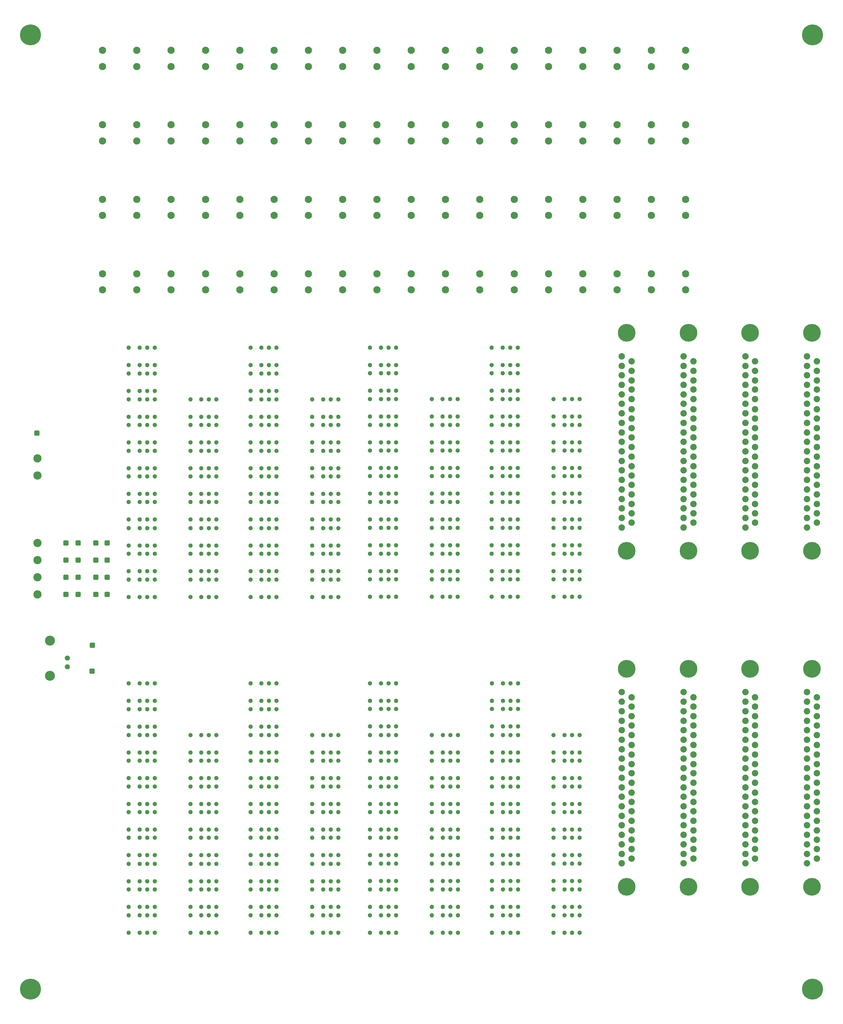
<source format=gbs>
G04*
G04 #@! TF.GenerationSoftware,Altium Limited,Altium Designer,22.10.1 (41)*
G04*
G04 Layer_Color=16711935*
%FSTAX44Y44*%
%MOMM*%
G71*
G04*
G04 #@! TF.SameCoordinates,24A3EEB5-F367-497A-A3BB-2F848839041C*
G04*
G04*
G04 #@! TF.FilePolarity,Negative*
G04*
G01*
G75*
%ADD19C,1.8780*%
%ADD20C,5.1800*%
%ADD21C,6.1000*%
%ADD22C,2.1000*%
%ADD23C,1.5000*%
%ADD24C,2.9000*%
G04:AMPARAMS|DCode=25|XSize=1.6mm|YSize=1.6mm|CornerRadius=0.425mm|HoleSize=0mm|Usage=FLASHONLY|Rotation=0.000|XOffset=0mm|YOffset=0mm|HoleType=Round|Shape=RoundedRectangle|*
%AMROUNDEDRECTD25*
21,1,1.6000,0.7500,0,0,0.0*
21,1,0.7500,1.6000,0,0,0.0*
1,1,0.8500,0.3750,-0.3750*
1,1,0.8500,-0.3750,-0.3750*
1,1,0.8500,-0.3750,0.3750*
1,1,0.8500,0.3750,0.3750*
%
%ADD25ROUNDEDRECTD25*%
%ADD26C,1.3000*%
G04:AMPARAMS|DCode=27|XSize=1.6mm|YSize=1.6mm|CornerRadius=0.425mm|HoleSize=0mm|Usage=FLASHONLY|Rotation=270.000|XOffset=0mm|YOffset=0mm|HoleType=Round|Shape=RoundedRectangle|*
%AMROUNDEDRECTD27*
21,1,1.6000,0.7500,0,0,270.0*
21,1,0.7500,1.6000,0,0,270.0*
1,1,0.8500,-0.3750,-0.3750*
1,1,0.8500,-0.3750,0.3750*
1,1,0.8500,0.3750,0.3750*
1,1,0.8500,0.3750,-0.3750*
%
%ADD27ROUNDEDRECTD27*%
%ADD28C,2.4000*%
D19*
X018124Y018334D02*
D03*
Y018611D02*
D03*
Y018888D02*
D03*
Y0180645D02*
D03*
Y0177875D02*
D03*
Y016395D02*
D03*
Y016672D02*
D03*
Y0174955D02*
D03*
Y0172185D02*
D03*
Y0169415D02*
D03*
Y015287D02*
D03*
Y015564D02*
D03*
Y0161105D02*
D03*
Y0158335D02*
D03*
Y014733D02*
D03*
Y01501D02*
D03*
Y0144635D02*
D03*
Y0141865D02*
D03*
X01784Y014048D02*
D03*
Y019034D02*
D03*
Y014325D02*
D03*
Y014602D02*
D03*
Y015156D02*
D03*
Y014879D02*
D03*
Y01571D02*
D03*
Y015987D02*
D03*
Y015433D02*
D03*
Y016264D02*
D03*
Y016541D02*
D03*
Y018757D02*
D03*
Y01848D02*
D03*
Y017649D02*
D03*
Y018203D02*
D03*
Y017926D02*
D03*
Y017095D02*
D03*
Y017372D02*
D03*
Y016818D02*
D03*
X023524Y018334D02*
D03*
Y018611D02*
D03*
Y018888D02*
D03*
Y0180645D02*
D03*
Y0177875D02*
D03*
Y016395D02*
D03*
Y016672D02*
D03*
Y0174955D02*
D03*
Y0172185D02*
D03*
Y0169415D02*
D03*
Y015287D02*
D03*
Y015564D02*
D03*
Y0161105D02*
D03*
Y0158335D02*
D03*
Y014733D02*
D03*
Y01501D02*
D03*
Y0144635D02*
D03*
Y0141865D02*
D03*
X02324Y014048D02*
D03*
Y019034D02*
D03*
Y014325D02*
D03*
Y014602D02*
D03*
Y015156D02*
D03*
Y014879D02*
D03*
Y01571D02*
D03*
Y015987D02*
D03*
Y015433D02*
D03*
Y016264D02*
D03*
Y016541D02*
D03*
Y018757D02*
D03*
Y01848D02*
D03*
Y017649D02*
D03*
Y018203D02*
D03*
Y017926D02*
D03*
Y017095D02*
D03*
Y017372D02*
D03*
Y016818D02*
D03*
X021724Y0085505D02*
D03*
Y0088275D02*
D03*
Y0091045D02*
D03*
Y008281D02*
D03*
Y008004D02*
D03*
Y0066115D02*
D03*
Y0068885D02*
D03*
Y007712D02*
D03*
Y007435D02*
D03*
Y007158D02*
D03*
Y0055035D02*
D03*
Y0057805D02*
D03*
Y006327D02*
D03*
Y00605D02*
D03*
Y0049495D02*
D03*
Y0052265D02*
D03*
Y00468D02*
D03*
Y004403D02*
D03*
X02144Y0042645D02*
D03*
Y0092505D02*
D03*
Y0045415D02*
D03*
Y0048185D02*
D03*
Y0053725D02*
D03*
Y0050955D02*
D03*
Y0059265D02*
D03*
Y0062035D02*
D03*
Y0056495D02*
D03*
Y0064805D02*
D03*
Y0067575D02*
D03*
Y0089735D02*
D03*
Y0086965D02*
D03*
Y0078655D02*
D03*
Y0084195D02*
D03*
Y0081425D02*
D03*
Y0073115D02*
D03*
Y0075885D02*
D03*
Y0070345D02*
D03*
X023524Y0085505D02*
D03*
Y0088275D02*
D03*
Y0091045D02*
D03*
Y008281D02*
D03*
Y008004D02*
D03*
Y0066115D02*
D03*
Y0068885D02*
D03*
Y007712D02*
D03*
Y007435D02*
D03*
Y007158D02*
D03*
Y0055035D02*
D03*
Y0057805D02*
D03*
Y006327D02*
D03*
Y00605D02*
D03*
Y0049495D02*
D03*
Y0052265D02*
D03*
Y00468D02*
D03*
Y004403D02*
D03*
X02324Y0042645D02*
D03*
Y0092505D02*
D03*
Y0045415D02*
D03*
Y0048185D02*
D03*
Y0053725D02*
D03*
Y0050955D02*
D03*
Y0059265D02*
D03*
Y0062035D02*
D03*
Y0056495D02*
D03*
Y0064805D02*
D03*
Y0067575D02*
D03*
Y0089735D02*
D03*
Y0086965D02*
D03*
Y0078655D02*
D03*
Y0084195D02*
D03*
Y0081425D02*
D03*
Y0073115D02*
D03*
Y0075885D02*
D03*
Y0070345D02*
D03*
X02144Y016818D02*
D03*
Y017372D02*
D03*
Y017095D02*
D03*
Y017926D02*
D03*
Y018203D02*
D03*
Y017649D02*
D03*
Y01848D02*
D03*
Y018757D02*
D03*
Y016541D02*
D03*
Y016264D02*
D03*
Y015433D02*
D03*
Y015987D02*
D03*
Y01571D02*
D03*
Y014879D02*
D03*
Y015156D02*
D03*
Y014602D02*
D03*
Y014325D02*
D03*
Y019034D02*
D03*
Y014048D02*
D03*
X021724Y0141865D02*
D03*
Y0144635D02*
D03*
Y01501D02*
D03*
Y014733D02*
D03*
Y0158335D02*
D03*
Y0161105D02*
D03*
Y015564D02*
D03*
Y015287D02*
D03*
Y0169415D02*
D03*
Y0172185D02*
D03*
Y0174955D02*
D03*
Y016672D02*
D03*
Y016395D02*
D03*
Y0177875D02*
D03*
Y0180645D02*
D03*
Y018888D02*
D03*
Y018611D02*
D03*
Y018334D02*
D03*
X01964Y016818D02*
D03*
Y017372D02*
D03*
Y017095D02*
D03*
Y017926D02*
D03*
Y018203D02*
D03*
Y017649D02*
D03*
Y01848D02*
D03*
Y018757D02*
D03*
Y016541D02*
D03*
Y016264D02*
D03*
Y015433D02*
D03*
Y015987D02*
D03*
Y01571D02*
D03*
Y014879D02*
D03*
Y015156D02*
D03*
Y014602D02*
D03*
Y014325D02*
D03*
Y019034D02*
D03*
Y014048D02*
D03*
X019924Y0141865D02*
D03*
Y0144635D02*
D03*
Y01501D02*
D03*
Y014733D02*
D03*
Y0158335D02*
D03*
Y0161105D02*
D03*
Y015564D02*
D03*
Y015287D02*
D03*
Y0169415D02*
D03*
Y0172185D02*
D03*
Y0174955D02*
D03*
Y016672D02*
D03*
Y016395D02*
D03*
Y0177875D02*
D03*
Y0180645D02*
D03*
Y018888D02*
D03*
Y018611D02*
D03*
Y018334D02*
D03*
X018124Y0085505D02*
D03*
Y0088275D02*
D03*
Y0091045D02*
D03*
Y008281D02*
D03*
Y008004D02*
D03*
Y0066115D02*
D03*
Y0068885D02*
D03*
Y007712D02*
D03*
Y007435D02*
D03*
Y007158D02*
D03*
Y0055035D02*
D03*
Y0057805D02*
D03*
Y006327D02*
D03*
Y00605D02*
D03*
Y0049495D02*
D03*
Y0052265D02*
D03*
Y00468D02*
D03*
Y004403D02*
D03*
X01784Y0042645D02*
D03*
Y0092505D02*
D03*
Y0045415D02*
D03*
Y0048185D02*
D03*
Y0053725D02*
D03*
Y0050955D02*
D03*
Y0059265D02*
D03*
Y0062035D02*
D03*
Y0056495D02*
D03*
Y0064805D02*
D03*
Y0067575D02*
D03*
Y0089735D02*
D03*
Y0086965D02*
D03*
Y0078655D02*
D03*
Y0084195D02*
D03*
Y0081425D02*
D03*
Y0073115D02*
D03*
Y0075885D02*
D03*
Y0070345D02*
D03*
X019924Y0085505D02*
D03*
Y0088275D02*
D03*
Y0091045D02*
D03*
Y008281D02*
D03*
Y008004D02*
D03*
Y0066115D02*
D03*
Y0068885D02*
D03*
Y007712D02*
D03*
Y007435D02*
D03*
Y007158D02*
D03*
Y0055035D02*
D03*
Y0057805D02*
D03*
Y006327D02*
D03*
Y00605D02*
D03*
Y0049495D02*
D03*
Y0052265D02*
D03*
Y00468D02*
D03*
Y004403D02*
D03*
X01964Y0042645D02*
D03*
Y0092505D02*
D03*
Y0045415D02*
D03*
Y0048185D02*
D03*
Y0053725D02*
D03*
Y0050955D02*
D03*
Y0059265D02*
D03*
Y0062035D02*
D03*
Y0056495D02*
D03*
Y0064805D02*
D03*
Y0067575D02*
D03*
Y0089735D02*
D03*
Y0086965D02*
D03*
Y0078655D02*
D03*
Y0084195D02*
D03*
Y0081425D02*
D03*
Y0073115D02*
D03*
Y0075885D02*
D03*
Y0070345D02*
D03*
D20*
X017982Y019716D02*
D03*
Y013366D02*
D03*
X023382Y019716D02*
D03*
Y013366D02*
D03*
X021582Y0099325D02*
D03*
Y0035825D02*
D03*
X023382Y0099325D02*
D03*
Y0035825D02*
D03*
X021582Y013366D02*
D03*
Y019716D02*
D03*
X019782Y013366D02*
D03*
Y019716D02*
D03*
X017982Y0099325D02*
D03*
Y0035825D02*
D03*
X019782Y0099325D02*
D03*
Y0035825D02*
D03*
D21*
X02340001Y02839753D02*
D03*
X00059999D02*
D03*
X0234Y0006D02*
D03*
X0006D02*
D03*
D22*
X0027Y0279475D02*
D03*
Y0274775D02*
D03*
X0157D02*
D03*
Y0279475D02*
D03*
X0117Y0274775D02*
D03*
Y0279475D02*
D03*
X0077Y0274775D02*
D03*
Y0279475D02*
D03*
X0037D02*
D03*
Y0274775D02*
D03*
X0167D02*
D03*
Y0279475D02*
D03*
X0127Y0274775D02*
D03*
Y0279475D02*
D03*
X0087Y0274775D02*
D03*
Y0279475D02*
D03*
X0047D02*
D03*
Y0274775D02*
D03*
X0177D02*
D03*
Y0279475D02*
D03*
X0137Y0274775D02*
D03*
Y0279475D02*
D03*
X0097D02*
D03*
Y0274775D02*
D03*
X0057Y0279475D02*
D03*
Y0274775D02*
D03*
X0187Y0279475D02*
D03*
Y0274775D02*
D03*
X0147D02*
D03*
Y0279475D02*
D03*
X0107D02*
D03*
Y0274775D02*
D03*
X0067D02*
D03*
Y0279475D02*
D03*
X0197D02*
D03*
Y0274775D02*
D03*
X0027Y0257775D02*
D03*
Y0253075D02*
D03*
X0157D02*
D03*
Y0257775D02*
D03*
X0117Y0253075D02*
D03*
Y0257775D02*
D03*
X0077Y0253075D02*
D03*
Y0257775D02*
D03*
X0037D02*
D03*
Y0253075D02*
D03*
X0167D02*
D03*
Y0257775D02*
D03*
X0127Y0253075D02*
D03*
Y0257775D02*
D03*
X0087Y0253075D02*
D03*
Y0257775D02*
D03*
X0047D02*
D03*
Y0253075D02*
D03*
X0177D02*
D03*
Y0257775D02*
D03*
X0137Y0253075D02*
D03*
Y0257775D02*
D03*
X0097D02*
D03*
Y0253075D02*
D03*
X0057Y0257775D02*
D03*
Y0253075D02*
D03*
X0187Y0257775D02*
D03*
Y0253075D02*
D03*
X0147D02*
D03*
Y0257775D02*
D03*
X0107D02*
D03*
Y0253075D02*
D03*
X0067D02*
D03*
Y0257775D02*
D03*
X0197D02*
D03*
Y0253075D02*
D03*
X0027Y0236075D02*
D03*
Y0231375D02*
D03*
X0157D02*
D03*
Y0236075D02*
D03*
X0117Y0231375D02*
D03*
Y0236075D02*
D03*
X0077Y0231375D02*
D03*
Y0236075D02*
D03*
X0037D02*
D03*
Y0231375D02*
D03*
X0167D02*
D03*
Y0236075D02*
D03*
X0127Y0231375D02*
D03*
Y0236075D02*
D03*
X0087Y0231375D02*
D03*
Y0236075D02*
D03*
X0047D02*
D03*
Y0231375D02*
D03*
X0177D02*
D03*
Y0236075D02*
D03*
X0137Y0231375D02*
D03*
Y0236075D02*
D03*
X0097D02*
D03*
Y0231375D02*
D03*
X0057Y0236075D02*
D03*
Y0231375D02*
D03*
X0187Y0236075D02*
D03*
Y0231375D02*
D03*
X0147D02*
D03*
Y0236075D02*
D03*
X0107D02*
D03*
Y0231375D02*
D03*
X0067D02*
D03*
Y0236075D02*
D03*
X0197D02*
D03*
Y0231375D02*
D03*
X0047Y0209675D02*
D03*
Y0214375D02*
D03*
X0187Y0209675D02*
D03*
Y0214375D02*
D03*
X0167Y0209675D02*
D03*
Y0214375D02*
D03*
X0087Y0209675D02*
D03*
Y0214375D02*
D03*
X0067Y0209675D02*
D03*
Y0214375D02*
D03*
X0197Y0209675D02*
D03*
Y0214375D02*
D03*
X0027Y0209675D02*
D03*
Y0214375D02*
D03*
X0177Y0209675D02*
D03*
Y0214375D02*
D03*
X0107D02*
D03*
Y0209675D02*
D03*
X0097Y0214375D02*
D03*
Y0209675D02*
D03*
X0077Y0214375D02*
D03*
Y0209675D02*
D03*
X0157Y0214375D02*
D03*
Y0209675D02*
D03*
X0147Y0214375D02*
D03*
Y0209675D02*
D03*
X0057Y0214375D02*
D03*
Y0209675D02*
D03*
X0137Y0214375D02*
D03*
Y0209675D02*
D03*
X0127Y0214375D02*
D03*
Y0209675D02*
D03*
X0037Y0214375D02*
D03*
Y0209675D02*
D03*
X0117Y0214375D02*
D03*
Y0209675D02*
D03*
D23*
X0016745Y0102405D02*
D03*
Y0099865D02*
D03*
D24*
X0011635Y0107485D02*
D03*
X0011625Y0097275D02*
D03*
D25*
X00239118Y0098675D02*
D03*
X00240243Y0106135D02*
D03*
X00283396Y0131D02*
D03*
X00250024Y0121D02*
D03*
X00198396D02*
D03*
X00163396Y0131D02*
D03*
Y0126D02*
D03*
Y0121D02*
D03*
X00198396Y0126D02*
D03*
X00250024D02*
D03*
X00283396Y0121D02*
D03*
Y0126D02*
D03*
D26*
X01049502Y01203D02*
D03*
Y012538D02*
D03*
X01081502D02*
D03*
Y01203D02*
D03*
X01103502Y012538D02*
D03*
Y01203D02*
D03*
X01125502Y012538D02*
D03*
Y01203D02*
D03*
X01049502Y01278D02*
D03*
Y013288D02*
D03*
X01081502D02*
D03*
Y01278D02*
D03*
X01103502Y013288D02*
D03*
Y01278D02*
D03*
X01125502Y013288D02*
D03*
Y01278D02*
D03*
X01049502Y01353D02*
D03*
Y014038D02*
D03*
X01081502D02*
D03*
Y01353D02*
D03*
X01103502Y014038D02*
D03*
Y01353D02*
D03*
X01125502Y014038D02*
D03*
Y01353D02*
D03*
X01049502Y014284D02*
D03*
Y014792D02*
D03*
X01081502D02*
D03*
Y014284D02*
D03*
X01103502Y014792D02*
D03*
Y014284D02*
D03*
X01125502Y014792D02*
D03*
Y014284D02*
D03*
X01049502Y015034D02*
D03*
Y015542D02*
D03*
X01081502D02*
D03*
Y015034D02*
D03*
X01103502Y015542D02*
D03*
Y015034D02*
D03*
X01125502Y015542D02*
D03*
Y015034D02*
D03*
X01049502Y01578D02*
D03*
Y016288D02*
D03*
X01081502D02*
D03*
Y01578D02*
D03*
X01103502Y016288D02*
D03*
Y01578D02*
D03*
X01125502Y016288D02*
D03*
Y01578D02*
D03*
X01049502Y01653D02*
D03*
Y017038D02*
D03*
X01081502D02*
D03*
Y01653D02*
D03*
X01103502Y017038D02*
D03*
Y01653D02*
D03*
X01125502Y017038D02*
D03*
Y01653D02*
D03*
X01049502Y01728D02*
D03*
Y017788D02*
D03*
X01081502D02*
D03*
Y01728D02*
D03*
X01103502Y017788D02*
D03*
Y01728D02*
D03*
X01125502Y017788D02*
D03*
Y01728D02*
D03*
X01049502Y018034D02*
D03*
Y018542D02*
D03*
X01081502D02*
D03*
Y018034D02*
D03*
X01103502Y018542D02*
D03*
Y018034D02*
D03*
X01125502Y018542D02*
D03*
Y018034D02*
D03*
X01049502Y01878D02*
D03*
Y019288D02*
D03*
X01081502D02*
D03*
Y01878D02*
D03*
X01103502Y019288D02*
D03*
Y01878D02*
D03*
X01125502Y019288D02*
D03*
Y01878D02*
D03*
X00422Y012025D02*
D03*
Y012533D02*
D03*
X004Y012025D02*
D03*
Y012533D02*
D03*
X00378Y012025D02*
D03*
Y012533D02*
D03*
X00346001D02*
D03*
Y012025D02*
D03*
X00422Y012775D02*
D03*
Y013283D02*
D03*
X004Y012775D02*
D03*
Y013283D02*
D03*
X00378Y012775D02*
D03*
Y013283D02*
D03*
X00346001D02*
D03*
Y012775D02*
D03*
X00422Y013525D02*
D03*
Y014033D02*
D03*
X004Y013525D02*
D03*
Y014033D02*
D03*
X00378Y013525D02*
D03*
Y014033D02*
D03*
X00346001D02*
D03*
Y013525D02*
D03*
X00422Y014279D02*
D03*
Y014787D02*
D03*
X004Y014279D02*
D03*
Y014787D02*
D03*
X00378Y014279D02*
D03*
Y014787D02*
D03*
X00346001D02*
D03*
Y014279D02*
D03*
X00422Y015029D02*
D03*
Y015537D02*
D03*
X004Y015029D02*
D03*
Y015537D02*
D03*
X00378Y015029D02*
D03*
Y015537D02*
D03*
X00346001D02*
D03*
Y015029D02*
D03*
X00422Y015775D02*
D03*
Y016283D02*
D03*
X004Y015775D02*
D03*
Y016283D02*
D03*
X00378Y015775D02*
D03*
Y016283D02*
D03*
X00346001D02*
D03*
Y015775D02*
D03*
X00422Y016525D02*
D03*
Y017033D02*
D03*
X004Y016525D02*
D03*
Y017033D02*
D03*
X00378Y016525D02*
D03*
Y017033D02*
D03*
X00346001D02*
D03*
Y016525D02*
D03*
X00422Y018775D02*
D03*
Y019283D02*
D03*
X004Y018775D02*
D03*
Y019283D02*
D03*
X00378Y018775D02*
D03*
Y019283D02*
D03*
X00346001D02*
D03*
Y018775D02*
D03*
Y018029D02*
D03*
Y018537D02*
D03*
X00378D02*
D03*
Y018029D02*
D03*
X004Y018537D02*
D03*
Y018029D02*
D03*
X00422Y018537D02*
D03*
Y018029D02*
D03*
Y017275D02*
D03*
Y017783D02*
D03*
X004Y017275D02*
D03*
Y017783D02*
D03*
X00378Y017275D02*
D03*
Y017783D02*
D03*
X00346001D02*
D03*
Y017275D02*
D03*
X0112585Y0022465D02*
D03*
Y0027545D02*
D03*
X0110385Y0022465D02*
D03*
Y0027545D02*
D03*
X0108185Y0022465D02*
D03*
Y0027545D02*
D03*
X0104985D02*
D03*
Y0022465D02*
D03*
X0112585Y0029965D02*
D03*
Y0035045D02*
D03*
X0110385Y0029965D02*
D03*
Y0035045D02*
D03*
X0108185Y0029965D02*
D03*
Y0035045D02*
D03*
X0104985D02*
D03*
Y0029965D02*
D03*
X0112585Y0037465D02*
D03*
Y0042545D02*
D03*
X0110385Y0037465D02*
D03*
Y0042545D02*
D03*
X0108185Y0037465D02*
D03*
Y0042545D02*
D03*
X0104985D02*
D03*
Y0037465D02*
D03*
X0112585Y0045005D02*
D03*
Y0050085D02*
D03*
X0110385Y0045005D02*
D03*
Y0050085D02*
D03*
X0108185Y0045005D02*
D03*
Y0050085D02*
D03*
X0104985D02*
D03*
Y0045005D02*
D03*
X0112585Y0052505D02*
D03*
Y0057585D02*
D03*
X0110385Y0052505D02*
D03*
Y0057585D02*
D03*
X0108185Y0052505D02*
D03*
Y0057585D02*
D03*
X0104985D02*
D03*
Y0052505D02*
D03*
X0112585Y0059965D02*
D03*
Y0065045D02*
D03*
X0110385Y0059965D02*
D03*
Y0065045D02*
D03*
X0108185Y0059965D02*
D03*
Y0065045D02*
D03*
X0104985D02*
D03*
Y0059965D02*
D03*
X0112585Y0067465D02*
D03*
Y0072545D02*
D03*
X0110385Y0067465D02*
D03*
Y0072545D02*
D03*
X0108185Y0067465D02*
D03*
Y0072545D02*
D03*
X0104985D02*
D03*
Y0067465D02*
D03*
X0112585Y0074965D02*
D03*
Y0080045D02*
D03*
X0110385Y0074965D02*
D03*
Y0080045D02*
D03*
X0108185Y0074965D02*
D03*
Y0080045D02*
D03*
X0104985D02*
D03*
Y0074965D02*
D03*
X0112585Y0082505D02*
D03*
Y0087585D02*
D03*
X0110385Y0082505D02*
D03*
Y0087585D02*
D03*
X0108185Y0082505D02*
D03*
Y0087585D02*
D03*
X0104985D02*
D03*
Y0082505D02*
D03*
X0112585Y0089965D02*
D03*
Y0095045D02*
D03*
X0110385Y0089965D02*
D03*
Y0095045D02*
D03*
X0108185Y0089965D02*
D03*
Y0095045D02*
D03*
X0104985D02*
D03*
Y0089965D02*
D03*
X00346Y008996D02*
D03*
Y009504D02*
D03*
X00378D02*
D03*
Y008996D02*
D03*
X004Y009504D02*
D03*
Y008996D02*
D03*
X00422Y009504D02*
D03*
Y008996D02*
D03*
X00346Y00825D02*
D03*
Y008758D02*
D03*
X00378D02*
D03*
Y00825D02*
D03*
X004Y008758D02*
D03*
Y00825D02*
D03*
X00422Y008758D02*
D03*
Y00825D02*
D03*
X00346Y007496D02*
D03*
Y008004D02*
D03*
X00378D02*
D03*
Y007496D02*
D03*
X004Y008004D02*
D03*
Y007496D02*
D03*
X00422Y008004D02*
D03*
Y007496D02*
D03*
X00346Y006746D02*
D03*
Y007254D02*
D03*
X00378D02*
D03*
Y006746D02*
D03*
X004Y007254D02*
D03*
Y006746D02*
D03*
X00422Y007254D02*
D03*
Y006746D02*
D03*
X00346Y005996D02*
D03*
Y006504D02*
D03*
X00378D02*
D03*
Y005996D02*
D03*
X004Y006504D02*
D03*
Y005996D02*
D03*
X00422Y006504D02*
D03*
Y005996D02*
D03*
X00346Y00525D02*
D03*
Y005758D02*
D03*
X00378D02*
D03*
Y00525D02*
D03*
X004Y005758D02*
D03*
Y00525D02*
D03*
X00422Y005758D02*
D03*
Y00525D02*
D03*
X00346Y0045D02*
D03*
Y005008D02*
D03*
X00378D02*
D03*
Y0045D02*
D03*
X004Y005008D02*
D03*
Y0045D02*
D03*
X00422Y005008D02*
D03*
Y0045D02*
D03*
X00346Y003746D02*
D03*
Y004254D02*
D03*
X00378D02*
D03*
Y003746D02*
D03*
X004Y004254D02*
D03*
Y003746D02*
D03*
X00422Y004254D02*
D03*
Y003746D02*
D03*
X00346Y002996D02*
D03*
Y003504D02*
D03*
X00378D02*
D03*
Y002996D02*
D03*
X004Y003504D02*
D03*
Y002996D02*
D03*
X00422Y003504D02*
D03*
Y002996D02*
D03*
X00346Y002246D02*
D03*
Y002754D02*
D03*
X00378D02*
D03*
Y002246D02*
D03*
X004Y002754D02*
D03*
Y002246D02*
D03*
X00422Y002754D02*
D03*
Y002246D02*
D03*
X01404751Y01878D02*
D03*
Y019288D02*
D03*
X01436752D02*
D03*
Y01878D02*
D03*
X01458752Y019288D02*
D03*
Y01878D02*
D03*
X01480752Y019288D02*
D03*
Y01878D02*
D03*
X0095725Y012025D02*
D03*
Y012533D02*
D03*
X0093525Y012025D02*
D03*
Y012533D02*
D03*
X0091325Y012025D02*
D03*
Y012533D02*
D03*
X0088125D02*
D03*
Y012025D02*
D03*
X0095725Y012775D02*
D03*
Y013283D02*
D03*
X0093525Y012775D02*
D03*
Y013283D02*
D03*
X0091325Y012775D02*
D03*
Y013283D02*
D03*
X00881251D02*
D03*
Y012775D02*
D03*
X0095725Y013525D02*
D03*
Y014033D02*
D03*
X0093525Y013525D02*
D03*
Y014033D02*
D03*
X0091325Y013525D02*
D03*
Y014033D02*
D03*
X00881251D02*
D03*
Y013525D02*
D03*
X0095725Y014279D02*
D03*
Y014787D02*
D03*
X0093525Y014279D02*
D03*
Y014787D02*
D03*
X0091325Y014279D02*
D03*
Y014787D02*
D03*
X00881251D02*
D03*
Y014279D02*
D03*
X0095725Y015029D02*
D03*
Y015537D02*
D03*
X0093525Y015029D02*
D03*
Y015537D02*
D03*
X0091325Y015029D02*
D03*
Y015537D02*
D03*
X00881251D02*
D03*
Y015029D02*
D03*
X0095725Y015775D02*
D03*
Y016283D02*
D03*
X0093525Y015775D02*
D03*
Y016283D02*
D03*
X0091325Y015775D02*
D03*
Y016283D02*
D03*
X00881251D02*
D03*
Y015775D02*
D03*
X0095725Y01652501D02*
D03*
Y01703301D02*
D03*
X0093525Y01652501D02*
D03*
Y01703301D02*
D03*
X0091325Y01652501D02*
D03*
Y01703301D02*
D03*
X00881251D02*
D03*
Y01652501D02*
D03*
X0095725Y017275D02*
D03*
Y017783D02*
D03*
X0093525Y017275D02*
D03*
Y017783D02*
D03*
X0091325Y017275D02*
D03*
Y017783D02*
D03*
X00881251D02*
D03*
Y017275D02*
D03*
X0070125Y017275D02*
D03*
Y017783D02*
D03*
X0073325D02*
D03*
Y017275D02*
D03*
X0075525Y017783D02*
D03*
Y017275D02*
D03*
X0077725Y017783D02*
D03*
Y017275D02*
D03*
X0070125Y014279D02*
D03*
Y014787D02*
D03*
X0073325D02*
D03*
Y014279D02*
D03*
X0075525Y014787D02*
D03*
Y014279D02*
D03*
X0077725Y014787D02*
D03*
Y014279D02*
D03*
X0070125Y018775D02*
D03*
Y019283D02*
D03*
X0073325D02*
D03*
Y018775D02*
D03*
X0075525Y019283D02*
D03*
Y018775D02*
D03*
X0077725Y019283D02*
D03*
Y018775D02*
D03*
X0070125Y015775D02*
D03*
Y016283D02*
D03*
X0073325D02*
D03*
Y015775D02*
D03*
X0075525Y016283D02*
D03*
Y015775D02*
D03*
X0077725Y016283D02*
D03*
Y015775D02*
D03*
X0070125Y012775D02*
D03*
Y013283D02*
D03*
X0073325D02*
D03*
Y012775D02*
D03*
X0075525Y013283D02*
D03*
Y012775D02*
D03*
X0077725Y013283D02*
D03*
Y012775D02*
D03*
X0070125Y01652501D02*
D03*
Y01703301D02*
D03*
X0073325D02*
D03*
Y01652501D02*
D03*
X0075525Y01703301D02*
D03*
Y01652501D02*
D03*
X0077725Y01703301D02*
D03*
Y01652501D02*
D03*
X0070125Y013525D02*
D03*
Y014033D02*
D03*
X0073325D02*
D03*
Y013525D02*
D03*
X0075525Y014033D02*
D03*
Y013525D02*
D03*
X0077725Y014033D02*
D03*
Y013525D02*
D03*
X0070125Y018029D02*
D03*
Y018537D02*
D03*
X0073325D02*
D03*
Y018029D02*
D03*
X0075525Y018537D02*
D03*
Y018029D02*
D03*
X0077725Y018537D02*
D03*
Y018029D02*
D03*
X0070125Y015029D02*
D03*
Y015537D02*
D03*
X0073325D02*
D03*
Y015029D02*
D03*
X0075525Y015537D02*
D03*
Y015029D02*
D03*
X0077725Y015537D02*
D03*
Y015029D02*
D03*
X0070125Y01202501D02*
D03*
Y012533D02*
D03*
X0073325D02*
D03*
Y01202501D02*
D03*
X0075525Y012533D02*
D03*
Y01202501D02*
D03*
X0077725Y012533D02*
D03*
Y01202501D02*
D03*
X0052607Y012775D02*
D03*
Y013283D02*
D03*
X0055807D02*
D03*
Y012775D02*
D03*
X0058007Y013283D02*
D03*
Y012775D02*
D03*
X0060207Y013283D02*
D03*
Y012775D02*
D03*
X0052607Y017275D02*
D03*
Y017783D02*
D03*
X0055807D02*
D03*
Y017275D02*
D03*
X0058007Y017783D02*
D03*
Y017275D02*
D03*
X0060207Y017783D02*
D03*
Y017275D02*
D03*
X0052607Y015775D02*
D03*
Y016283D02*
D03*
X0055807D02*
D03*
Y015775D02*
D03*
X0058007Y016283D02*
D03*
Y015775D02*
D03*
X0060207Y016283D02*
D03*
Y015775D02*
D03*
X0052607Y014279D02*
D03*
Y014787D02*
D03*
X0055807D02*
D03*
Y014279D02*
D03*
X0058007Y014787D02*
D03*
Y014279D02*
D03*
X0060207Y014787D02*
D03*
Y014279D02*
D03*
X0052607Y01202501D02*
D03*
Y012533D02*
D03*
X0055807D02*
D03*
Y01202501D02*
D03*
X0058007Y012533D02*
D03*
Y01202501D02*
D03*
X0060207Y012533D02*
D03*
Y01202501D02*
D03*
X0052607Y016525D02*
D03*
Y017033D02*
D03*
X0055807D02*
D03*
Y016525D02*
D03*
X0058007Y017033D02*
D03*
Y016525D02*
D03*
X0060207Y017033D02*
D03*
Y016525D02*
D03*
X0052607Y01502901D02*
D03*
Y01553701D02*
D03*
X0055807D02*
D03*
Y01502901D02*
D03*
X0058007Y01553701D02*
D03*
Y01502901D02*
D03*
X0060207Y01553701D02*
D03*
Y01502901D02*
D03*
X0052607Y013525D02*
D03*
Y014033D02*
D03*
X0055807D02*
D03*
Y013525D02*
D03*
X0058007Y014033D02*
D03*
Y013525D02*
D03*
X0060207Y014033D02*
D03*
Y013525D02*
D03*
X0095725Y002996D02*
D03*
Y003504D02*
D03*
X0093525Y002996D02*
D03*
Y003504D02*
D03*
X0091325Y002996D02*
D03*
Y003504D02*
D03*
X0088125D02*
D03*
Y002996D02*
D03*
X0077725Y007496D02*
D03*
Y008004D02*
D03*
X0075525Y007496D02*
D03*
Y008004D02*
D03*
X0073325Y007496D02*
D03*
Y008004D02*
D03*
X0070125D02*
D03*
Y007496D02*
D03*
X0077725Y0045D02*
D03*
Y005008D02*
D03*
X0075525Y0045D02*
D03*
Y005008D02*
D03*
X0073325Y0045D02*
D03*
Y005008D02*
D03*
X0070125D02*
D03*
Y0045D02*
D03*
X0095725Y007496D02*
D03*
Y008004D02*
D03*
X0093525Y007496D02*
D03*
Y008004D02*
D03*
X0091325Y007496D02*
D03*
Y008004D02*
D03*
X0088125D02*
D03*
Y007496D02*
D03*
X0095725Y005996D02*
D03*
Y006504D02*
D03*
X0093525Y005996D02*
D03*
Y006504D02*
D03*
X0091325Y005996D02*
D03*
Y006504D02*
D03*
X0088125D02*
D03*
Y005996D02*
D03*
X0095725Y0045D02*
D03*
Y005008D02*
D03*
X0093525Y0045D02*
D03*
Y005008D02*
D03*
X0091325Y0045D02*
D03*
Y005008D02*
D03*
X0088125D02*
D03*
Y0045D02*
D03*
X0077725Y008996D02*
D03*
Y009504D02*
D03*
X0075525Y008996D02*
D03*
Y009504D02*
D03*
X0073325Y008996D02*
D03*
Y009504D02*
D03*
X0070125D02*
D03*
Y008996D02*
D03*
X0077725Y005996D02*
D03*
Y006504D02*
D03*
X0075525Y005996D02*
D03*
Y006504D02*
D03*
X0073325Y005996D02*
D03*
Y006504D02*
D03*
X0070125D02*
D03*
Y005996D02*
D03*
X0077725Y002996D02*
D03*
Y003504D02*
D03*
X0075525Y002996D02*
D03*
Y003504D02*
D03*
X0073325Y002996D02*
D03*
Y003504D02*
D03*
X0070125D02*
D03*
Y002996D02*
D03*
X0095725Y002246D02*
D03*
Y002754D02*
D03*
X0093525Y002246D02*
D03*
Y002754D02*
D03*
X0091325Y002246D02*
D03*
Y002754D02*
D03*
X0088125D02*
D03*
Y002246D02*
D03*
X0077725Y006746D02*
D03*
Y007254D02*
D03*
X0075525Y006746D02*
D03*
Y007254D02*
D03*
X0073325Y006746D02*
D03*
Y007254D02*
D03*
X0070125D02*
D03*
Y006746D02*
D03*
X0077725Y003746D02*
D03*
Y004254D02*
D03*
X0075525Y003746D02*
D03*
Y004254D02*
D03*
X0073325Y003746D02*
D03*
Y004254D02*
D03*
X0070125D02*
D03*
Y003746D02*
D03*
X0095725Y006746D02*
D03*
Y007254D02*
D03*
X0093525Y006746D02*
D03*
Y007254D02*
D03*
X0091325Y006746D02*
D03*
Y007254D02*
D03*
X0088125D02*
D03*
Y006746D02*
D03*
X0095725Y00525D02*
D03*
Y005758D02*
D03*
X0093525Y00525D02*
D03*
Y005758D02*
D03*
X0091325Y00525D02*
D03*
Y005758D02*
D03*
X0088125D02*
D03*
Y00525D02*
D03*
X0095725Y003746D02*
D03*
Y004254D02*
D03*
X0093525Y003746D02*
D03*
Y004254D02*
D03*
X0091325Y003746D02*
D03*
Y004254D02*
D03*
X0088125D02*
D03*
Y003746D02*
D03*
X0077725Y00825D02*
D03*
Y008758D02*
D03*
X0075525Y00825D02*
D03*
Y008758D02*
D03*
X0073325Y00825D02*
D03*
Y008758D02*
D03*
X0070125D02*
D03*
Y00825D02*
D03*
X0077725Y00525D02*
D03*
Y005758D02*
D03*
X0075525Y00525D02*
D03*
Y005758D02*
D03*
X0073325Y00525D02*
D03*
Y005758D02*
D03*
X0070125D02*
D03*
Y00525D02*
D03*
X0077725Y002246D02*
D03*
Y002754D02*
D03*
X0075525Y002246D02*
D03*
Y002754D02*
D03*
X0073325Y002246D02*
D03*
Y002754D02*
D03*
X0070125D02*
D03*
Y002246D02*
D03*
X0060207Y002996D02*
D03*
Y003504D02*
D03*
X0058007Y002996D02*
D03*
Y003504D02*
D03*
X0055807Y002996D02*
D03*
Y003504D02*
D03*
X0052607D02*
D03*
Y002996D02*
D03*
X0060207Y007496D02*
D03*
Y008004D02*
D03*
X0058007Y007496D02*
D03*
Y008004D02*
D03*
X0055807Y007496D02*
D03*
Y008004D02*
D03*
X0052607D02*
D03*
Y007496D02*
D03*
X0060207Y005996D02*
D03*
Y006504D02*
D03*
X0058007Y005996D02*
D03*
Y006504D02*
D03*
X0055807Y005996D02*
D03*
Y006504D02*
D03*
X0052607D02*
D03*
Y005996D02*
D03*
X0060207Y0045D02*
D03*
Y005008D02*
D03*
X0058007Y0045D02*
D03*
Y005008D02*
D03*
X0055807Y0045D02*
D03*
Y005008D02*
D03*
X0052607D02*
D03*
Y0045D02*
D03*
X0060207Y002246D02*
D03*
Y002754D02*
D03*
X0058007Y002246D02*
D03*
Y002754D02*
D03*
X0055807Y002246D02*
D03*
Y002754D02*
D03*
X0052607D02*
D03*
Y002246D02*
D03*
X0060207Y006746D02*
D03*
Y007254D02*
D03*
X0058007Y006746D02*
D03*
Y007254D02*
D03*
X0055807Y006746D02*
D03*
Y007254D02*
D03*
X0052607D02*
D03*
Y006746D02*
D03*
X0060207Y00525D02*
D03*
Y005758D02*
D03*
X0058007Y00525D02*
D03*
Y005758D02*
D03*
X0055807Y00525D02*
D03*
Y005758D02*
D03*
X0052607D02*
D03*
Y00525D02*
D03*
X0060207Y003746D02*
D03*
Y004254D02*
D03*
X0058007Y003746D02*
D03*
Y004254D02*
D03*
X0055807Y003746D02*
D03*
Y004254D02*
D03*
X0052607D02*
D03*
Y003746D02*
D03*
X01480752Y01653001D02*
D03*
Y01703801D02*
D03*
X01458752Y01653001D02*
D03*
Y01703801D02*
D03*
X01436752Y01653001D02*
D03*
Y01703801D02*
D03*
X01404751D02*
D03*
Y01653001D02*
D03*
X01480752Y01728D02*
D03*
Y017788D02*
D03*
X01458752Y01728D02*
D03*
Y017788D02*
D03*
X01436752Y01728D02*
D03*
Y017788D02*
D03*
X01404751D02*
D03*
Y01728D02*
D03*
X01480752Y018034D02*
D03*
Y018542D02*
D03*
X01458752Y018034D02*
D03*
Y018542D02*
D03*
X01436752Y018034D02*
D03*
Y018542D02*
D03*
X01404751D02*
D03*
Y018034D02*
D03*
X01305572Y01728D02*
D03*
Y01778801D02*
D03*
X01283572Y01728D02*
D03*
Y01778801D02*
D03*
X01261572Y01728D02*
D03*
Y01778801D02*
D03*
X01229572D02*
D03*
Y01728D02*
D03*
X01305572Y01653D02*
D03*
Y017038D02*
D03*
X01283572Y01653D02*
D03*
Y017038D02*
D03*
X01261572Y01653D02*
D03*
Y017038D02*
D03*
X01229572D02*
D03*
Y01653D02*
D03*
X01660752Y01728D02*
D03*
Y01778801D02*
D03*
X01638752Y01728D02*
D03*
Y01778801D02*
D03*
X01616752Y01728D02*
D03*
Y01778801D02*
D03*
X01584752D02*
D03*
Y01728D02*
D03*
X01660752Y01653001D02*
D03*
Y01703801D02*
D03*
X01638752Y01653001D02*
D03*
Y01703801D02*
D03*
X01616752Y01653001D02*
D03*
Y01703801D02*
D03*
X01584752D02*
D03*
Y01653001D02*
D03*
X01305572Y01503401D02*
D03*
Y015542D02*
D03*
X01283572Y01503401D02*
D03*
Y015542D02*
D03*
X01261572Y01503401D02*
D03*
Y015542D02*
D03*
X01229572D02*
D03*
Y01503401D02*
D03*
X01305572Y014284D02*
D03*
Y014792D02*
D03*
X01283572Y014284D02*
D03*
Y014792D02*
D03*
X01261572Y014284D02*
D03*
Y014792D02*
D03*
X01229572D02*
D03*
Y014284D02*
D03*
X01480752Y015034D02*
D03*
Y015542D02*
D03*
X01458752Y015034D02*
D03*
Y015542D02*
D03*
X01436752Y015034D02*
D03*
Y015542D02*
D03*
X01404751D02*
D03*
Y015034D02*
D03*
X01480752Y014284D02*
D03*
Y014792D02*
D03*
X01458752Y014284D02*
D03*
Y014792D02*
D03*
X01436752Y014284D02*
D03*
Y014792D02*
D03*
X01404751D02*
D03*
Y014284D02*
D03*
X01305572Y01353D02*
D03*
Y014038D02*
D03*
X01283572Y01353D02*
D03*
Y014038D02*
D03*
X01261572Y01353D02*
D03*
Y014038D02*
D03*
X01229572D02*
D03*
Y01353D02*
D03*
X01480752Y01578D02*
D03*
Y016288D02*
D03*
X01458752Y01578D02*
D03*
Y016288D02*
D03*
X01436752Y01578D02*
D03*
Y016288D02*
D03*
X01404751D02*
D03*
Y01578D02*
D03*
X01305572Y01578D02*
D03*
Y016288D02*
D03*
X01283572Y01578D02*
D03*
Y016288D02*
D03*
X01261572Y01578D02*
D03*
Y016288D02*
D03*
X01229572D02*
D03*
Y01578D02*
D03*
X01660752Y014284D02*
D03*
Y014792D02*
D03*
X01638752Y014284D02*
D03*
Y014792D02*
D03*
X01616752Y014284D02*
D03*
Y014792D02*
D03*
X01584752D02*
D03*
Y014284D02*
D03*
X01480752Y01353D02*
D03*
Y014038D02*
D03*
X01458752Y01353D02*
D03*
Y014038D02*
D03*
X01436752Y01353D02*
D03*
Y014038D02*
D03*
X01404751D02*
D03*
Y01353D02*
D03*
X01660752Y01353D02*
D03*
Y014038D02*
D03*
X01638752Y01353D02*
D03*
Y014038D02*
D03*
X01616752Y01353D02*
D03*
Y014038D02*
D03*
X01584752D02*
D03*
Y01353D02*
D03*
X01660752Y01578D02*
D03*
Y016288D02*
D03*
X01638752Y01578D02*
D03*
Y016288D02*
D03*
X01616752Y01578D02*
D03*
Y016288D02*
D03*
X01584752D02*
D03*
Y01578D02*
D03*
X01660752Y015034D02*
D03*
Y015542D02*
D03*
X01638752Y015034D02*
D03*
Y015542D02*
D03*
X01616752Y015034D02*
D03*
Y015542D02*
D03*
X01584752D02*
D03*
Y015034D02*
D03*
X01305572Y01203D02*
D03*
Y01253801D02*
D03*
X01283572Y01203D02*
D03*
Y01253801D02*
D03*
X01261572Y01203D02*
D03*
Y01253801D02*
D03*
X01229572D02*
D03*
Y01203D02*
D03*
X01480752D02*
D03*
Y01253801D02*
D03*
X01458752Y01203D02*
D03*
Y01253801D02*
D03*
X01436752Y01203D02*
D03*
Y01253801D02*
D03*
X01404751D02*
D03*
Y01203D02*
D03*
X01660752Y01203D02*
D03*
Y012538D02*
D03*
X01638752Y01203D02*
D03*
Y012538D02*
D03*
X01616752Y01203D02*
D03*
Y012538D02*
D03*
X01584752D02*
D03*
Y01203D02*
D03*
X01660752Y01278D02*
D03*
Y013288D02*
D03*
X01638752Y01278D02*
D03*
Y013288D02*
D03*
X01616752Y01278D02*
D03*
Y013288D02*
D03*
X01584752D02*
D03*
Y01278D02*
D03*
X01305572Y01278D02*
D03*
Y013288D02*
D03*
X01283572Y01278D02*
D03*
Y013288D02*
D03*
X01261572Y01278D02*
D03*
Y013288D02*
D03*
X01229572D02*
D03*
Y01278D02*
D03*
X01480752Y01278D02*
D03*
Y013288D02*
D03*
X01458752Y01278D02*
D03*
Y013288D02*
D03*
X01436752Y01278D02*
D03*
Y013288D02*
D03*
X01404752D02*
D03*
Y01278D02*
D03*
X016611Y0059965D02*
D03*
Y0065045D02*
D03*
X016391Y0059965D02*
D03*
Y0065045D02*
D03*
X016171Y0059965D02*
D03*
Y0065045D02*
D03*
X015851D02*
D03*
Y0059965D02*
D03*
Y0029965D02*
D03*
Y0035045D02*
D03*
X016171D02*
D03*
Y0029965D02*
D03*
X016391Y0035045D02*
D03*
Y0029965D02*
D03*
X016611Y0035045D02*
D03*
Y0029965D02*
D03*
X014051Y0074965D02*
D03*
Y0080045D02*
D03*
X014371D02*
D03*
Y0074965D02*
D03*
X014591Y0080045D02*
D03*
Y0074965D02*
D03*
X014811Y0080045D02*
D03*
Y0074965D02*
D03*
X014051Y0045005D02*
D03*
Y0050085D02*
D03*
X014371D02*
D03*
Y0045005D02*
D03*
X014591Y0050085D02*
D03*
Y0045005D02*
D03*
X014811Y0050085D02*
D03*
Y0045005D02*
D03*
X015851Y0074965D02*
D03*
Y0080045D02*
D03*
X016171D02*
D03*
Y0074965D02*
D03*
X016391Y0080045D02*
D03*
Y0074965D02*
D03*
X016611Y0080045D02*
D03*
Y0074965D02*
D03*
X015851Y0045005D02*
D03*
Y0050085D02*
D03*
X016171D02*
D03*
Y0045005D02*
D03*
X016391Y0050085D02*
D03*
Y0045005D02*
D03*
X016611Y0050085D02*
D03*
Y0045005D02*
D03*
X014051Y0089965D02*
D03*
Y0095045D02*
D03*
X014371D02*
D03*
Y0089965D02*
D03*
X014591Y0095045D02*
D03*
Y0089965D02*
D03*
X014811Y0095045D02*
D03*
Y0089965D02*
D03*
X014051Y0059965D02*
D03*
Y0065045D02*
D03*
X014371D02*
D03*
Y0059965D02*
D03*
X014591Y0065045D02*
D03*
Y0059965D02*
D03*
X014811Y0065045D02*
D03*
Y0059965D02*
D03*
X014051Y0029965D02*
D03*
Y0035045D02*
D03*
X014371D02*
D03*
Y0029965D02*
D03*
X014591Y0035045D02*
D03*
Y0029965D02*
D03*
X014811Y0035045D02*
D03*
Y0029965D02*
D03*
X015851Y0022465D02*
D03*
Y0027545D02*
D03*
X016171D02*
D03*
Y0022465D02*
D03*
X016391Y0027545D02*
D03*
Y0022465D02*
D03*
X016611Y0027545D02*
D03*
Y0022465D02*
D03*
X014051Y0067465D02*
D03*
Y00725451D02*
D03*
X014371D02*
D03*
Y0067465D02*
D03*
X014591Y00725451D02*
D03*
Y0067465D02*
D03*
X014811Y00725451D02*
D03*
Y0067465D02*
D03*
X014051Y0037465D02*
D03*
Y0042545D02*
D03*
X014371D02*
D03*
Y0037465D02*
D03*
X014591Y0042545D02*
D03*
Y0037465D02*
D03*
X014811Y0042545D02*
D03*
Y0037465D02*
D03*
X015851Y0067465D02*
D03*
Y00725451D02*
D03*
X016171D02*
D03*
Y0067465D02*
D03*
X016391Y00725451D02*
D03*
Y0067465D02*
D03*
X016611Y00725451D02*
D03*
Y0067465D02*
D03*
X015851Y0052505D02*
D03*
Y0057585D02*
D03*
X016171D02*
D03*
Y0052505D02*
D03*
X016391Y0057585D02*
D03*
Y0052505D02*
D03*
X016611Y0057585D02*
D03*
Y0052505D02*
D03*
X015851Y0037465D02*
D03*
Y0042545D02*
D03*
X016171D02*
D03*
Y0037465D02*
D03*
X016391Y0042545D02*
D03*
Y0037465D02*
D03*
X016611Y0042545D02*
D03*
Y0037465D02*
D03*
X014051Y0082505D02*
D03*
Y0087585D02*
D03*
X014371D02*
D03*
Y0082505D02*
D03*
X014591Y0087585D02*
D03*
Y0082505D02*
D03*
X014811Y0087585D02*
D03*
Y0082505D02*
D03*
X014051Y0052505D02*
D03*
Y0057585D02*
D03*
X014371D02*
D03*
Y0052505D02*
D03*
X014591Y0057585D02*
D03*
Y0052505D02*
D03*
X014811Y0057585D02*
D03*
Y0052505D02*
D03*
X014051Y0022465D02*
D03*
Y0027545D02*
D03*
X014371D02*
D03*
Y0022465D02*
D03*
X014591Y0027545D02*
D03*
Y0022465D02*
D03*
X014811Y0027545D02*
D03*
Y0022465D02*
D03*
X0122992Y0029965D02*
D03*
Y0035045D02*
D03*
X0126192D02*
D03*
Y0029965D02*
D03*
X0128392Y0035045D02*
D03*
Y0029965D02*
D03*
X0130592Y0035045D02*
D03*
Y0029965D02*
D03*
X0122992Y0074965D02*
D03*
Y0080045D02*
D03*
X0126192D02*
D03*
Y0074965D02*
D03*
X0128392Y0080045D02*
D03*
Y0074965D02*
D03*
X0130592Y0080045D02*
D03*
Y0074965D02*
D03*
X0122992Y0059965D02*
D03*
Y0065045D02*
D03*
X0126192D02*
D03*
Y0059965D02*
D03*
X0128392Y0065045D02*
D03*
Y0059965D02*
D03*
X0130592Y0065045D02*
D03*
Y0059965D02*
D03*
X0122992Y0045005D02*
D03*
Y0050085D02*
D03*
X0126192D02*
D03*
Y0045005D02*
D03*
X0128392Y0050085D02*
D03*
Y0045005D02*
D03*
X0130592Y0050085D02*
D03*
Y0045005D02*
D03*
X0122992Y0022465D02*
D03*
Y0027545D02*
D03*
X0126192D02*
D03*
Y0022465D02*
D03*
X0128392Y0027545D02*
D03*
Y0022465D02*
D03*
X0130592Y0027545D02*
D03*
Y0022465D02*
D03*
X0122992Y0067465D02*
D03*
Y0072545D02*
D03*
X0126192D02*
D03*
Y0067465D02*
D03*
X0128392Y0072545D02*
D03*
Y0067465D02*
D03*
X0130592Y0072545D02*
D03*
Y0067465D02*
D03*
X0122992Y0052505D02*
D03*
Y0057585D02*
D03*
X0126192D02*
D03*
Y0052505D02*
D03*
X0128392Y0057585D02*
D03*
Y0052505D02*
D03*
X0130592Y0057585D02*
D03*
Y0052505D02*
D03*
X0122992Y0037465D02*
D03*
Y0042545D02*
D03*
X0126192D02*
D03*
Y0037465D02*
D03*
X0128392Y0042545D02*
D03*
Y0037465D02*
D03*
X0130592Y0042545D02*
D03*
Y0037465D02*
D03*
D27*
X00163394Y01359998D02*
D03*
X00198394D02*
D03*
X00283394D02*
D03*
X00250022D02*
D03*
Y01309998D02*
D03*
X00198394D02*
D03*
X00078557Y0168D02*
D03*
D28*
X0008Y0121D02*
D03*
Y0126D02*
D03*
Y0136D02*
D03*
Y0131D02*
D03*
Y016065D02*
D03*
Y015565D02*
D03*
M02*

</source>
